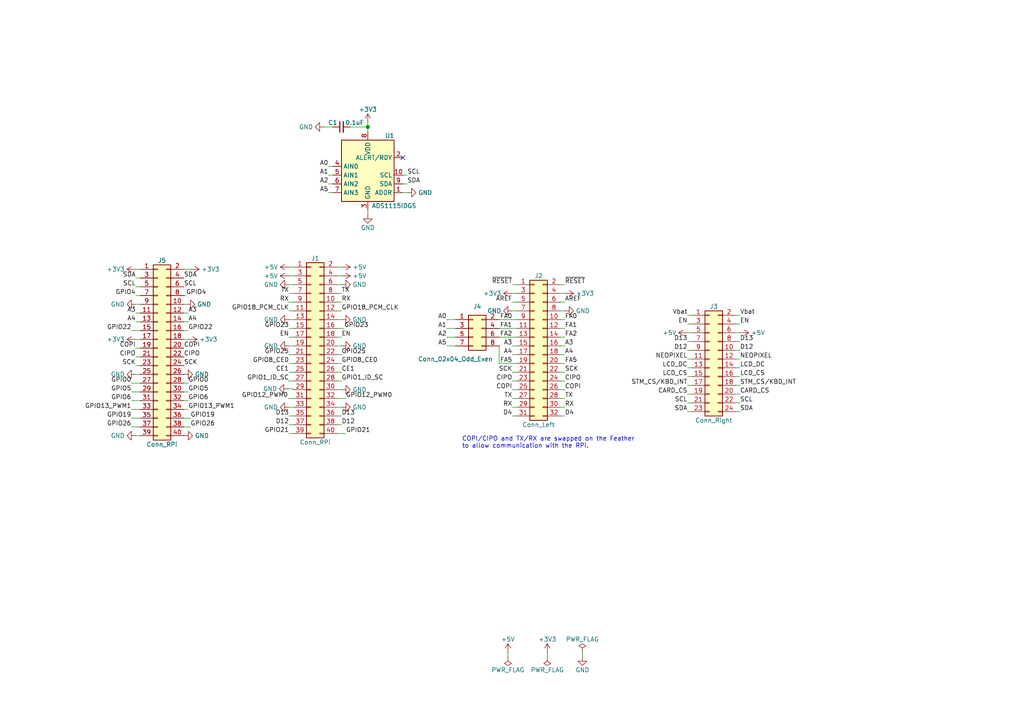
<source format=kicad_sch>
(kicad_sch (version 20230121) (generator eeschema)
  (paper "A4")
  (title_block (title "RPi Feather Adapter with A/D") (company "K6TJ") (comment 1 "Pete Mahowald"))
  (lib_symbols
    (symbol "Analog_ADC:ADS1115IDGS"
      (property "Reference" "U" (at 2.54 13.97 0))
      (property "Value" "ADS1115IDGS" (at 7.62 11.43 0))
      (symbol "ADS1115IDGS_0_1"
        (rectangle (start -7.62 10.16) (end 7.62 -7.62) (stroke (width 0.254)) (fill (type background)))
      )
      (symbol "ADS1115IDGS_1_1"
        (pin input line (at 10.16 -5.08 180) (length 2.54) (name "ADDR") (number "1"))
        (pin input line (at 10.16 0 180) (length 2.54) (name "SCL") (number "10"))
        (pin output line (at 10.16 5.08 180) (length 2.54) (name "ALERT/RDY") (number "2"))
        (pin power_in line (at 0 -10.16 90) (length 2.54) (name "GND") (number "3"))
        (pin input line (at -10.16 2.54 0) (length 2.54) (name "AIN0") (number "4"))
        (pin input line (at -10.16 0 0) (length 2.54) (name "AIN1") (number "5"))
        (pin input line (at -10.16 -2.54 0) (length 2.54) (name "AIN2") (number "6"))
        (pin input line (at -10.16 -5.08 0) (length 2.54) (name "AIN3") (number "7"))
        (pin power_in line (at 0 12.7 270) (length 2.54) (name "VDD") (number "8"))
        (pin bidirectional line (at 10.16 -2.54 180) (length 2.54) (name "SDA") (number "9"))
      )
    )
    (symbol "Connector_Generic:Conn_02x04_Odd_Even" (pin_names (offset 1.016) hide)
      (property "Reference" "J" (at 1.27 5.08 0))
      (property "Value" "Conn_02x04_Odd_Even" (at 1.27 -7.62 0))
      (symbol "Conn_02x04_Odd_Even_1_1"
        (rectangle (start -1.27 -4.953) (end 0 -5.207) (stroke (width 0.1524)))
        (rectangle (start -1.27 -2.413) (end 0 -2.667) (stroke (width 0.1524)))
        (rectangle (start -1.27 0.127) (end 0 -0.127) (stroke (width 0.1524)))
        (rectangle (start -1.27 2.667) (end 0 2.413) (stroke (width 0.1524)))
        (rectangle (start -1.27 3.81) (end 3.81 -6.35) (stroke (width 0.254)) (fill (type background)))
        (rectangle (start 3.81 -4.953) (end 2.54 -5.207) (stroke (width 0.1524)))
        (rectangle (start 3.81 -2.413) (end 2.54 -2.667) (stroke (width 0.1524)))
        (rectangle (start 3.81 0.127) (end 2.54 -0.127) (stroke (width 0.1524)))
        (rectangle (start 3.81 2.667) (end 2.54 2.413) (stroke (width 0.1524)))
        (pin passive line (at -5.08 2.54 0) (length 3.81) (name "Pin_1") (number "1"))
        (pin passive line (at 7.62 2.54 180) (length 3.81) (name "Pin_2") (number "2"))
        (pin passive line (at -5.08 0 0) (length 3.81) (name "Pin_3") (number "3"))
        (pin passive line (at 7.62 0 180) (length 3.81) (name "Pin_4") (number "4"))
        (pin passive line (at -5.08 -2.54 0) (length 3.81) (name "Pin_5") (number "5"))
        (pin passive line (at 7.62 -2.54 180) (length 3.81) (name "Pin_6") (number "6"))
        (pin passive line (at -5.08 -5.08 0) (length 3.81) (name "Pin_7") (number "7"))
        (pin passive line (at 7.62 -5.08 180) (length 3.81) (name "Pin_8") (number "8"))
      )
    )
    (symbol "Connector_Generic:Conn_02x12_Odd_Even" (pin_names (offset 1.016) hide)
      (property "Reference" "J" (at 1.27 15.24 0))
      (property "Value" "Conn_02x12_Odd_Even" (at 1.27 -17.78 0))
      (symbol "Conn_02x12_Odd_Even_1_1"
        (rectangle (start -1.27 -15.113) (end 0 -15.367) (stroke (width 0.1524)))
        (rectangle (start -1.27 -12.573) (end 0 -12.827) (stroke (width 0.1524)))
        (rectangle (start -1.27 -10.033) (end 0 -10.287) (stroke (width 0.1524)))
        (rectangle (start -1.27 -7.493) (end 0 -7.747) (stroke (width 0.1524)))
        (rectangle (start -1.27 -4.953) (end 0 -5.207) (stroke (width 0.1524)))
        (rectangle (start -1.27 -2.413) (end 0 -2.667) (stroke (width 0.1524)))
        (rectangle (start -1.27 0.127) (end 0 -0.127) (stroke (width 0.1524)))
        (rectangle (start -1.27 2.667) (end 0 2.413) (stroke (width 0.1524)))
        (rectangle (start -1.27 5.207) (end 0 4.953) (stroke (width 0.1524)))
        (rectangle (start -1.27 7.747) (end 0 7.493) (stroke (width 0.1524)))
        (rectangle (start -1.27 10.287) (end 0 10.033) (stroke (width 0.1524)))
        (rectangle (start -1.27 12.827) (end 0 12.573) (stroke (width 0.1524)))
        (rectangle (start -1.27 13.97) (end 3.81 -16.51) (stroke (width 0.254)) (fill (type background)))
        (rectangle (start 3.81 -15.113) (end 2.54 -15.367) (stroke (width 0.1524)))
        (rectangle (start 3.81 -12.573) (end 2.54 -12.827) (stroke (width 0.1524)))
        (rectangle (start 3.81 -10.033) (end 2.54 -10.287) (stroke (width 0.1524)))
        (rectangle (start 3.81 -7.493) (end 2.54 -7.747) (stroke (width 0.1524)))
        (rectangle (start 3.81 -4.953) (end 2.54 -5.207) (stroke (width 0.1524)))
        (rectangle (start 3.81 -2.413) (end 2.54 -2.667) (stroke (width 0.1524)))
        (rectangle (start 3.81 0.127) (end 2.54 -0.127) (stroke (width 0.1524)))
        (rectangle (start 3.81 2.667) (end 2.54 2.413) (stroke (width 0.1524)))
        (rectangle (start 3.81 5.207) (end 2.54 4.953) (stroke (width 0.1524)))
        (rectangle (start 3.81 7.747) (end 2.54 7.493) (stroke (width 0.1524)))
        (rectangle (start 3.81 10.287) (end 2.54 10.033) (stroke (width 0.1524)))
        (rectangle (start 3.81 12.827) (end 2.54 12.573) (stroke (width 0.1524)))
        (pin passive line (at -5.08 12.7 0) (length 3.81) (name "Pin_1") (number "1"))
        (pin passive line (at 7.62 2.54 180) (length 3.81) (name "Pin_10") (number "10"))
        (pin passive line (at -5.08 0 0) (length 3.81) (name "Pin_11") (number "11"))
        (pin passive line (at 7.62 0 180) (length 3.81) (name "Pin_12") (number "12"))
        (pin passive line (at -5.08 -2.54 0) (length 3.81) (name "Pin_13") (number "13"))
        (pin passive line (at 7.62 -2.54 180) (length 3.81) (name "Pin_14") (number "14"))
        (pin passive line (at -5.08 -5.08 0) (length 3.81) (name "Pin_15") (number "15"))
        (pin passive line (at 7.62 -5.08 180) (length 3.81) (name "Pin_16") (number "16"))
        (pin passive line (at -5.08 -7.62 0) (length 3.81) (name "Pin_17") (number "17"))
        (pin passive line (at 7.62 -7.62 180) (length 3.81) (name "Pin_18") (number "18"))
        (pin passive line (at -5.08 -10.16 0) (length 3.81) (name "Pin_19") (number "19"))
        (pin passive line (at 7.62 12.7 180) (length 3.81) (name "Pin_2") (number "2"))
        (pin passive line (at 7.62 -10.16 180) (length 3.81) (name "Pin_20") (number "20"))
        (pin passive line (at -5.08 -12.7 0) (length 3.81) (name "Pin_21") (number "21"))
        (pin passive line (at 7.62 -12.7 180) (length 3.81) (name "Pin_22") (number "22"))
        (pin passive line (at -5.08 -15.24 0) (length 3.81) (name "Pin_23") (number "23"))
        (pin passive line (at 7.62 -15.24 180) (length 3.81) (name "Pin_24") (number "24"))
        (pin passive line (at -5.08 10.16 0) (length 3.81) (name "Pin_3") (number "3"))
        (pin passive line (at 7.62 10.16 180) (length 3.81) (name "Pin_4") (number "4"))
        (pin passive line (at -5.08 7.62 0) (length 3.81) (name "Pin_5") (number "5"))
        (pin passive line (at 7.62 7.62 180) (length 3.81) (name "Pin_6") (number "6"))
        (pin passive line (at -5.08 5.08 0) (length 3.81) (name "Pin_7") (number "7"))
        (pin passive line (at 7.62 5.08 180) (length 3.81) (name "Pin_8") (number "8"))
        (pin passive line (at -5.08 2.54 0) (length 3.81) (name "Pin_9") (number "9"))
      )
    )
    (symbol "Connector_Generic:Conn_02x16_Odd_Even" (pin_names (offset 1.016) hide)
      (property "Reference" "J" (at 1.27 20.32 0))
      (property "Value" "Conn_02x16_Odd_Even" (at 1.27 -22.86 0))
      (symbol "Conn_02x16_Odd_Even_1_1"
        (rectangle (start -1.27 -20.193) (end 0 -20.447) (stroke (width 0.1524)))
        (rectangle (start -1.27 -17.653) (end 0 -17.907) (stroke (width 0.1524)))
        (rectangle (start -1.27 -15.113) (end 0 -15.367) (stroke (width 0.1524)))
        (rectangle (start -1.27 -12.573) (end 0 -12.827) (stroke (width 0.1524)))
        (rectangle (start -1.27 -10.033) (end 0 -10.287) (stroke (width 0.1524)))
        (rectangle (start -1.27 -7.493) (end 0 -7.747) (stroke (width 0.1524)))
        (rectangle (start -1.27 -4.953) (end 0 -5.207) (stroke (width 0.1524)))
        (rectangle (start -1.27 -2.413) (end 0 -2.667) (stroke (width 0.1524)))
        (rectangle (start -1.27 0.127) (end 0 -0.127) (stroke (width 0.1524)))
        (rectangle (start -1.27 2.667) (end 0 2.413) (stroke (width 0.1524)))
        (rectangle (start -1.27 5.207) (end 0 4.953) (stroke (width 0.1524)))
        (rectangle (start -1.27 7.747) (end 0 7.493) (stroke (width 0.1524)))
        (rectangle (start -1.27 10.287) (end 0 10.033) (stroke (width 0.1524)))
        (rectangle (start -1.27 12.827) (end 0 12.573) (stroke (width 0.1524)))
        (rectangle (start -1.27 15.367) (end 0 15.113) (stroke (width 0.1524)))
        (rectangle (start -1.27 17.907) (end 0 17.653) (stroke (width 0.1524)))
        (rectangle (start -1.27 19.05) (end 3.81 -21.59) (stroke (width 0.254)) (fill (type background)))
        (rectangle (start 3.81 -20.193) (end 2.54 -20.447) (stroke (width 0.1524)))
        (rectangle (start 3.81 -17.653) (end 2.54 -17.907) (stroke (width 0.1524)))
        (rectangle (start 3.81 -15.113) (end 2.54 -15.367) (stroke (width 0.1524)))
        (rectangle (start 3.81 -12.573) (end 2.54 -12.827) (stroke (width 0.1524)))
        (rectangle (start 3.81 -10.033) (end 2.54 -10.287) (stroke (width 0.1524)))
        (rectangle (start 3.81 -7.493) (end 2.54 -7.747) (stroke (width 0.1524)))
        (rectangle (start 3.81 -4.953) (end 2.54 -5.207) (stroke (width 0.1524)))
        (rectangle (start 3.81 -2.413) (end 2.54 -2.667) (stroke (width 0.1524)))
        (rectangle (start 3.81 0.127) (end 2.54 -0.127) (stroke (width 0.1524)))
        (rectangle (start 3.81 2.667) (end 2.54 2.413) (stroke (width 0.1524)))
        (rectangle (start 3.81 5.207) (end 2.54 4.953) (stroke (width 0.1524)))
        (rectangle (start 3.81 7.747) (end 2.54 7.493) (stroke (width 0.1524)))
        (rectangle (start 3.81 10.287) (end 2.54 10.033) (stroke (width 0.1524)))
        (rectangle (start 3.81 12.827) (end 2.54 12.573) (stroke (width 0.1524)))
        (rectangle (start 3.81 15.367) (end 2.54 15.113) (stroke (width 0.1524)))
        (rectangle (start 3.81 17.907) (end 2.54 17.653) (stroke (width 0.1524)))
        (pin passive line (at -5.08 17.78 0) (length 3.81) (name "Pin_1") (number "1"))
        (pin passive line (at 7.62 7.62 180) (length 3.81) (name "Pin_10") (number "10"))
        (pin passive line (at -5.08 5.08 0) (length 3.81) (name "Pin_11") (number "11"))
        (pin passive line (at 7.62 5.08 180) (length 3.81) (name "Pin_12") (number "12"))
        (pin passive line (at -5.08 2.54 0) (length 3.81) (name "Pin_13") (number "13"))
        (pin passive line (at 7.62 2.54 180) (length 3.81) (name "Pin_14") (number "14"))
        (pin passive line (at -5.08 0 0) (length 3.81) (name "Pin_15") (number "15"))
        (pin passive line (at 7.62 0 180) (length 3.81) (name "Pin_16") (number "16"))
        (pin passive line (at -5.08 -2.54 0) (length 3.81) (name "Pin_17") (number "17"))
        (pin passive line (at 7.62 -2.54 180) (length 3.81) (name "Pin_18") (number "18"))
        (pin passive line (at -5.08 -5.08 0) (length 3.81) (name "Pin_19") (number "19"))
        (pin passive line (at 7.62 17.78 180) (length 3.81) (name "Pin_2") (number "2"))
        (pin passive line (at 7.62 -5.08 180) (length 3.81) (name "Pin_20") (number "20"))
        (pin passive line (at -5.08 -7.62 0) (length 3.81) (name "Pin_21") (number "21"))
        (pin passive line (at 7.62 -7.62 180) (length 3.81) (name "Pin_22") (number "22"))
        (pin passive line (at -5.08 -10.16 0) (length 3.81) (name "Pin_23") (number "23"))
        (pin passive line (at 7.62 -10.16 180) (length 3.81) (name "Pin_24") (number "24"))
        (pin passive line (at -5.08 -12.7 0) (length 3.81) (name "Pin_25") (number "25"))
        (pin passive line (at 7.62 -12.7 180) (length 3.81) (name "Pin_26") (number "26"))
        (pin passive line (at -5.08 -15.24 0) (length 3.81) (name "Pin_27") (number "27"))
        (pin passive line (at 7.62 -15.24 180) (length 3.81) (name "Pin_28") (number "28"))
        (pin passive line (at -5.08 -17.78 0) (length 3.81) (name "Pin_29") (number "29"))
        (pin passive line (at -5.08 15.24 0) (length 3.81) (name "Pin_3") (number "3"))
        (pin passive line (at 7.62 -17.78 180) (length 3.81) (name "Pin_30") (number "30"))
        (pin passive line (at -5.08 -20.32 0) (length 3.81) (name "Pin_31") (number "31"))
        (pin passive line (at 7.62 -20.32 180) (length 3.81) (name "Pin_32") (number "32"))
        (pin passive line (at 7.62 15.24 180) (length 3.81) (name "Pin_4") (number "4"))
        (pin passive line (at -5.08 12.7 0) (length 3.81) (name "Pin_5") (number "5"))
        (pin passive line (at 7.62 12.7 180) (length 3.81) (name "Pin_6") (number "6"))
        (pin passive line (at -5.08 10.16 0) (length 3.81) (name "Pin_7") (number "7"))
        (pin passive line (at 7.62 10.16 180) (length 3.81) (name "Pin_8") (number "8"))
        (pin passive line (at -5.08 7.62 0) (length 3.81) (name "Pin_9") (number "9"))
      )
    )
    (symbol "Connector_Generic:Conn_02x20_Odd_Even" (pin_names (offset 1.016) hide)
      (property "Reference" "J" (at 1.27 25.4 0))
      (property "Value" "Conn_02x20_Odd_Even" (at 1.27 -27.94 0))
      (symbol "Conn_02x20_Odd_Even_1_1"
        (rectangle (start -1.27 -25.273) (end 0 -25.527) (stroke (width 0.1524)))
        (rectangle (start -1.27 -22.733) (end 0 -22.987) (stroke (width 0.1524)))
        (rectangle (start -1.27 -20.193) (end 0 -20.447) (stroke (width 0.1524)))
        (rectangle (start -1.27 -17.653) (end 0 -17.907) (stroke (width 0.1524)))
        (rectangle (start -1.27 -15.113) (end 0 -15.367) (stroke (width 0.1524)))
        (rectangle (start -1.27 -12.573) (end 0 -12.827) (stroke (width 0.1524)))
        (rectangle (start -1.27 -10.033) (end 0 -10.287) (stroke (width 0.1524)))
        (rectangle (start -1.27 -7.493) (end 0 -7.747) (stroke (width 0.1524)))
        (rectangle (start -1.27 -4.953) (end 0 -5.207) (stroke (width 0.1524)))
        (rectangle (start -1.27 -2.413) (end 0 -2.667) (stroke (width 0.1524)))
        (rectangle (start -1.27 0.127) (end 0 -0.127) (stroke (width 0.1524)))
        (rectangle (start -1.27 2.667) (end 0 2.413) (stroke (width 0.1524)))
        (rectangle (start -1.27 5.207) (end 0 4.953) (stroke (width 0.1524)))
        (rectangle (start -1.27 7.747) (end 0 7.493) (stroke (width 0.1524)))
        (rectangle (start -1.27 10.287) (end 0 10.033) (stroke (width 0.1524)))
        (rectangle (start -1.27 12.827) (end 0 12.573) (stroke (width 0.1524)))
        (rectangle (start -1.27 15.367) (end 0 15.113) (stroke (width 0.1524)))
        (rectangle (start -1.27 17.907) (end 0 17.653) (stroke (width 0.1524)))
        (rectangle (start -1.27 20.447) (end 0 20.193) (stroke (width 0.1524)))
        (rectangle (start -1.27 22.987) (end 0 22.733) (stroke (width 0.1524)))
        (rectangle (start -1.27 24.13) (end 3.81 -26.67) (stroke (width 0.254)) (fill (type background)))
        (rectangle (start 3.81 -25.273) (end 2.54 -25.527) (stroke (width 0.1524)))
        (rectangle (start 3.81 -22.733) (end 2.54 -22.987) (stroke (width 0.1524)))
        (rectangle (start 3.81 -20.193) (end 2.54 -20.447) (stroke (width 0.1524)))
        (rectangle (start 3.81 -17.653) (end 2.54 -17.907) (stroke (width 0.1524)))
        (rectangle (start 3.81 -15.113) (end 2.54 -15.367) (stroke (width 0.1524)))
        (rectangle (start 3.81 -12.573) (end 2.54 -12.827) (stroke (width 0.1524)))
        (rectangle (start 3.81 -10.033) (end 2.54 -10.287) (stroke (width 0.1524)))
        (rectangle (start 3.81 -7.493) (end 2.54 -7.747) (stroke (width 0.1524)))
        (rectangle (start 3.81 -4.953) (end 2.54 -5.207) (stroke (width 0.1524)))
        (rectangle (start 3.81 -2.413) (end 2.54 -2.667) (stroke (width 0.1524)))
        (rectangle (start 3.81 0.127) (end 2.54 -0.127) (stroke (width 0.1524)))
        (rectangle (start 3.81 2.667) (end 2.54 2.413) (stroke (width 0.1524)))
        (rectangle (start 3.81 5.207) (end 2.54 4.953) (stroke (width 0.1524)))
        (rectangle (start 3.81 7.747) (end 2.54 7.493) (stroke (width 0.1524)))
        (rectangle (start 3.81 10.287) (end 2.54 10.033) (stroke (width 0.1524)))
        (rectangle (start 3.81 12.827) (end 2.54 12.573) (stroke (width 0.1524)))
        (rectangle (start 3.81 15.367) (end 2.54 15.113) (stroke (width 0.1524)))
        (rectangle (start 3.81 17.907) (end 2.54 17.653) (stroke (width 0.1524)))
        (rectangle (start 3.81 20.447) (end 2.54 20.193) (stroke (width 0.1524)))
        (rectangle (start 3.81 22.987) (end 2.54 22.733) (stroke (width 0.1524)))
        (pin passive line (at -5.08 22.86 0) (length 3.81) (name "Pin_1") (number "1"))
        (pin passive line (at 7.62 12.7 180) (length 3.81) (name "Pin_10") (number "10"))
        (pin passive line (at -5.08 10.16 0) (length 3.81) (name "Pin_11") (number "11"))
        (pin passive line (at 7.62 10.16 180) (length 3.81) (name "Pin_12") (number "12"))
        (pin passive line (at -5.08 7.62 0) (length 3.81) (name "Pin_13") (number "13"))
        (pin passive line (at 7.62 7.62 180) (length 3.81) (name "Pin_14") (number "14"))
        (pin passive line (at -5.08 5.08 0) (length 3.81) (name "Pin_15") (number "15"))
        (pin passive line (at 7.62 5.08 180) (length 3.81) (name "Pin_16") (number "16"))
        (pin passive line (at -5.08 2.54 0) (length 3.81) (name "Pin_17") (number "17"))
        (pin passive line (at 7.62 2.54 180) (length 3.81) (name "Pin_18") (number "18"))
        (pin passive line (at -5.08 0 0) (length 3.81) (name "Pin_19") (number "19"))
        (pin passive line (at 7.62 22.86 180) (length 3.81) (name "Pin_2") (number "2"))
        (pin passive line (at 7.62 0 180) (length 3.81) (name "Pin_20") (number "20"))
        (pin passive line (at -5.08 -2.54 0) (length 3.81) (name "Pin_21") (number "21"))
        (pin passive line (at 7.62 -2.54 180) (length 3.81) (name "Pin_22") (number "22"))
        (pin passive line (at -5.08 -5.08 0) (length 3.81) (name "Pin_23") (number "23"))
        (pin passive line (at 7.62 -5.08 180) (length 3.81) (name "Pin_24") (number "24"))
        (pin passive line (at -5.08 -7.62 0) (length 3.81) (name "Pin_25") (number "25"))
        (pin passive line (at 7.62 -7.62 180) (length 3.81) (name "Pin_26") (number "26"))
        (pin passive line (at -5.08 -10.16 0) (length 3.81) (name "Pin_27") (number "27"))
        (pin passive line (at 7.62 -10.16 180) (length 3.81) (name "Pin_28") (number "28"))
        (pin passive line (at -5.08 -12.7 0) (length 3.81) (name "Pin_29") (number "29"))
        (pin passive line (at -5.08 20.32 0) (length 3.81) (name "Pin_3") (number "3"))
        (pin passive line (at 7.62 -12.7 180) (length 3.81) (name "Pin_30") (number "30"))
        (pin passive line (at -5.08 -15.24 0) (length 3.81) (name "Pin_31") (number "31"))
        (pin passive line (at 7.62 -15.24 180) (length 3.81) (name "Pin_32") (number "32"))
        (pin passive line (at -5.08 -17.78 0) (length 3.81) (name "Pin_33") (number "33"))
        (pin passive line (at 7.62 -17.78 180) (length 3.81) (name "Pin_34") (number "34"))
        (pin passive line (at -5.08 -20.32 0) (length 3.81) (name "Pin_35") (number "35"))
        (pin passive line (at 7.62 -20.32 180) (length 3.81) (name "Pin_36") (number "36"))
        (pin passive line (at -5.08 -22.86 0) (length 3.81) (name "Pin_37") (number "37"))
        (pin passive line (at 7.62 -22.86 180) (length 3.81) (name "Pin_38") (number "38"))
        (pin passive line (at -5.08 -25.4 0) (length 3.81) (name "Pin_39") (number "39"))
        (pin passive line (at 7.62 20.32 180) (length 3.81) (name "Pin_4") (number "4"))
        (pin passive line (at 7.62 -25.4 180) (length 3.81) (name "Pin_40") (number "40"))
        (pin passive line (at -5.08 17.78 0) (length 3.81) (name "Pin_5") (number "5"))
        (pin passive line (at 7.62 17.78 180) (length 3.81) (name "Pin_6") (number "6"))
        (pin passive line (at -5.08 15.24 0) (length 3.81) (name "Pin_7") (number "7"))
        (pin passive line (at 7.62 15.24 180) (length 3.81) (name "Pin_8") (number "8"))
        (pin passive line (at -5.08 12.7 0) (length 3.81) (name "Pin_9") (number "9"))
      )
    )
    (symbol "Device:C_Small" (pin_numbers hide) (pin_names (offset 0.254) hide)
      (property "Reference" "C" (at 0.254 1.778 0))
      (property "Value" "C_Small" (at 0.254 -2.032 0))
      (symbol "C_Small_0_1"
        (polyline (pts (xy -1.524 -0.508) (xy 1.524 -0.508)) (stroke (width 0.3302)))
        (polyline (pts (xy -1.524 0.508) (xy 1.524 0.508)) (stroke (width 0.3048)))
      )
      (symbol "C_Small_1_1"
        (pin passive line (at 0 2.54 270) (length 2.032) (name "~") (number "1"))
        (pin passive line (at 0 -2.54 90) (length 2.032) (name "~") (number "2"))
      )
    )
    (symbol "power:+3.3V" (power) (pin_names (offset 0))
      (property "Value" "+3.3V" (at 0 3.556 0))
      (symbol "+3.3V_0_1"
        (polyline (pts (xy -0.762 1.27) (xy 0 2.54)))
        (polyline (pts (xy 0 0) (xy 0 2.54)))
        (polyline (pts (xy 0 2.54) (xy 0.762 1.27)))
      )
      (symbol "+3.3V_1_1"
        (pin power_in line (at 0 0 90) (length 0) hide (name "+3V3") (number "1"))
      )
    )
    (symbol "power:+5V" (power) (pin_names (offset 0))
      (property "Value" "+5V" (at 0 3.556 0))
      (symbol "+5V_0_1"
        (polyline (pts (xy -0.762 1.27) (xy 0 2.54)))
        (polyline (pts (xy 0 0) (xy 0 2.54)))
        (polyline (pts (xy 0 2.54) (xy 0.762 1.27)))
      )
      (symbol "+5V_1_1"
        (pin power_in line (at 0 0 90) (length 0) hide (name "+5V") (number "1"))
      )
    )
    (symbol "power:GND" (power) (pin_names (offset 0))
      (property "Value" "GND" (at 0 -3.81 0))
      (symbol "GND_0_1"
        (polyline (pts (xy 0 0) (xy 0 -1.27) (xy 1.27 -1.27) (xy 0 -2.54) (xy -1.27 -1.27) (xy 0 -1.27)))
      )
      (symbol "GND_1_1"
        (pin power_in line (at 0 0 270) (length 0) hide (name "GND") (number "1"))
      )
    )
    (symbol "power:PWR_FLAG" (power) (pin_numbers hide) (pin_names (offset 0) hide)
      (property "Value" "PWR_FLAG" (at 0 3.81 0))
      (symbol "PWR_FLAG_0_0"
        (pin power_out line (at 0 0 90) (length 0) (name "pwr") (number "1"))
      )
      (symbol "PWR_FLAG_0_1"
        (polyline (pts (xy 0 0) (xy 0 1.27) (xy -1.016 1.905) (xy 0 2.54) (xy 1.016 1.905) (xy 0 1.27)))
      )
    )
  )
  (junction (at 106.68 36.83) (diameter 1.016))
  (no_connect (at 116.84 45.72))
  (wire (pts (xy 162.56 115.57) (xy 163.83 115.57)))
  (wire (pts (xy 213.36 114.3) (xy 214.63 114.3)))
  (wire (pts (xy 97.79 100.33) (xy 99.06 100.33)))
  (wire (pts (xy 83.82 107.95) (xy 85.09 107.95)))
  (wire (pts (xy 53.34 93.345) (xy 54.61 93.345)))
  (wire (pts (xy 162.56 92.71) (xy 163.83 92.71)))
  (wire (pts (xy 148.59 113.03) (xy 149.86 113.03)))
  (wire (pts (xy 53.34 121.285) (xy 55.245 121.285)))
  (wire (pts (xy 97.79 87.63) (xy 99.06 87.63)))
  (wire (pts (xy 83.82 80.01) (xy 85.09 80.01)))
  (wire (pts (xy 162.56 113.03) (xy 163.83 113.03)))
  (wire (pts (xy 213.36 101.6) (xy 214.63 101.6)))
  (wire (pts (xy 129.54 97.79) (xy 132.08 97.79)))
  (wire (pts (xy 97.79 105.41) (xy 99.06 105.41)))
  (wire (pts (xy 97.79 110.49) (xy 99.06 110.49)))
  (wire (pts (xy 83.566 115.57) (xy 85.09 115.57)))
  (wire (pts (xy 95.25 53.34) (xy 96.52 53.34)))
  (wire (pts (xy 106.68 35.56) (xy 106.68 36.83)))
  (wire (pts (xy 106.68 36.83) (xy 106.68 38.1)))
  (wire (pts (xy 53.34 123.825) (xy 55.245 123.825)))
  (wire (pts (xy 213.36 104.14) (xy 214.63 104.14)))
  (wire (pts (xy 162.56 120.65) (xy 163.83 120.65)))
  (wire (pts (xy 213.36 91.44) (xy 214.63 91.44)))
  (wire (pts (xy 39.37 93.345) (xy 40.64 93.345)))
  (wire (pts (xy 148.59 85.09) (xy 149.86 85.09)))
  (wire (pts (xy 97.79 92.71) (xy 99.06 92.71)))
  (wire (pts (xy 116.84 55.88) (xy 118.11 55.88)))
  (wire (pts (xy 83.82 95.25) (xy 85.09 95.25)))
  (wire (pts (xy 53.34 118.745) (xy 54.61 118.745)))
  (wire (pts (xy 97.79 107.95) (xy 99.06 107.95)))
  (wire (pts (xy 53.34 88.265) (xy 53.975 88.265)))
  (wire (pts (xy 95.25 50.8) (xy 96.52 50.8)))
  (wire (pts (xy 95.25 48.26) (xy 96.52 48.26)))
  (wire (pts (xy 199.39 109.22) (xy 200.66 109.22)))
  (wire (pts (xy 53.34 90.805) (xy 54.61 90.805)))
  (wire (pts (xy 97.79 125.73) (xy 100.33 125.73)))
  (wire (pts (xy 38.1 123.825) (xy 40.64 123.825)))
  (wire (pts (xy 129.54 92.71) (xy 132.08 92.71)))
  (wire (pts (xy 148.59 118.11) (xy 149.86 118.11)))
  (wire (pts (xy 53.34 116.205) (xy 54.61 116.205)))
  (wire (pts (xy 213.36 93.98) (xy 214.63 93.98)))
  (wire (pts (xy 39.37 88.265) (xy 40.64 88.265)))
  (wire (pts (xy 144.78 97.79) (xy 149.86 97.79)))
  (wire (pts (xy 148.59 100.33) (xy 149.86 100.33)))
  (wire (pts (xy 144.78 100.33) (xy 144.78 105.41)))
  (wire (pts (xy 83.82 120.65) (xy 85.09 120.65)))
  (wire (pts (xy 213.36 119.38) (xy 214.63 119.38)))
  (wire (pts (xy 97.79 123.19) (xy 99.06 123.19)))
  (wire (pts (xy 83.566 110.49) (xy 85.09 110.49)))
  (wire (pts (xy 39.37 106.045) (xy 40.64 106.045)))
  (wire (pts (xy 213.36 96.52) (xy 214.63 96.52)))
  (wire (pts (xy 39.37 126.365) (xy 40.64 126.365)))
  (wire (pts (xy 116.84 53.34) (xy 118.11 53.34)))
  (wire (pts (xy 148.59 120.65) (xy 149.86 120.65)))
  (wire (pts (xy 199.39 104.14) (xy 200.66 104.14)))
  (wire (pts (xy 39.37 83.185) (xy 40.64 83.185)))
  (wire (pts (xy 38.1 118.745) (xy 40.64 118.745)))
  (wire (pts (xy 83.82 123.19) (xy 85.09 123.19)))
  (wire (pts (xy 38.1 95.885) (xy 40.64 95.885)))
  (wire (pts (xy 148.59 102.87) (xy 149.86 102.87)))
  (wire (pts (xy 97.79 82.55) (xy 99.06 82.55)))
  (wire (pts (xy 85.09 112.776) (xy 85.09 113.03)))
  (wire (pts (xy 213.36 99.06) (xy 214.63 99.06)))
  (wire (pts (xy 38.1 111.125) (xy 40.64 111.125)))
  (wire (pts (xy 38.1 116.205) (xy 40.64 116.205)))
  (wire (pts (xy 162.56 100.33) (xy 163.83 100.33)))
  (wire (pts (xy 199.39 111.76) (xy 200.66 111.76)))
  (wire (pts (xy 213.36 116.84) (xy 214.63 116.84)))
  (wire (pts (xy 97.79 80.01) (xy 99.06 80.01)))
  (wire (pts (xy 148.59 107.95) (xy 149.86 107.95)))
  (wire (pts (xy 129.54 100.33) (xy 132.08 100.33)))
  (wire (pts (xy 162.56 87.63) (xy 163.83 87.63)))
  (wire (pts (xy 83.82 85.09) (xy 85.09 85.09)))
  (wire (pts (xy 148.59 87.63) (xy 149.86 87.63)))
  (wire (pts (xy 97.79 77.47) (xy 99.06 77.47)))
  (wire (pts (xy 162.56 110.49) (xy 163.83 110.49)))
  (wire (pts (xy 101.6 36.83) (xy 106.68 36.83)))
  (wire (pts (xy 144.78 95.25) (xy 149.86 95.25)))
  (wire (pts (xy 199.39 96.52) (xy 200.66 96.52)))
  (wire (pts (xy 144.78 92.71) (xy 149.86 92.71)))
  (wire (pts (xy 168.91 189.23) (xy 168.91 190.5)))
  (wire (pts (xy 53.34 111.125) (xy 54.61 111.125)))
  (wire (pts (xy 39.37 98.425) (xy 40.64 98.425)))
  (wire (pts (xy 97.79 118.11) (xy 99.06 118.11)))
  (wire (pts (xy 148.59 90.17) (xy 149.86 90.17)))
  (wire (pts (xy 39.37 90.805) (xy 40.64 90.805)))
  (wire (pts (xy 162.56 90.17) (xy 163.83 90.17)))
  (wire (pts (xy 213.36 106.68) (xy 214.63 106.68)))
  (wire (pts (xy 53.34 85.725) (xy 53.975 85.725)))
  (wire (pts (xy 162.56 82.55) (xy 163.83 82.55)))
  (wire (pts (xy 83.82 125.73) (xy 85.09 125.73)))
  (wire (pts (xy 39.37 78.105) (xy 40.64 78.105)))
  (wire (pts (xy 199.39 106.68) (xy 200.66 106.68)))
  (wire (pts (xy 162.56 102.87) (xy 163.83 102.87)))
  (wire (pts (xy 38.1 113.665) (xy 40.64 113.665)))
  (wire (pts (xy 97.79 115.57) (xy 100.33 115.57)))
  (wire (pts (xy 53.34 113.665) (xy 54.61 113.665)))
  (wire (pts (xy 53.34 78.105) (xy 55.245 78.105)))
  (wire (pts (xy 199.39 119.38) (xy 200.66 119.38)))
  (wire (pts (xy 39.37 100.965) (xy 40.64 100.965)))
  (wire (pts (xy 53.34 98.425) (xy 54.61 98.425)))
  (wire (pts (xy 83.82 97.79) (xy 85.09 97.79)))
  (wire (pts (xy 106.68 60.96) (xy 106.68 62.23)))
  (wire (pts (xy 158.75 189.23) (xy 158.75 190.5)))
  (wire (pts (xy 83.82 77.47) (xy 85.09 77.47)))
  (wire (pts (xy 147.32 189.23) (xy 147.32 190.5)))
  (wire (pts (xy 83.82 92.71) (xy 85.09 92.71)))
  (wire (pts (xy 144.78 105.41) (xy 149.86 105.41)))
  (wire (pts (xy 53.34 95.885) (xy 54.61 95.885)))
  (wire (pts (xy 116.84 50.8) (xy 118.11 50.8)))
  (wire (pts (xy 199.39 116.84) (xy 200.66 116.84)))
  (wire (pts (xy 83.82 90.17) (xy 85.09 90.17)))
  (wire (pts (xy 83.82 102.87) (xy 85.09 102.87)))
  (wire (pts (xy 39.37 85.725) (xy 40.64 85.725)))
  (wire (pts (xy 97.79 102.87) (xy 99.06 102.87)))
  (wire (pts (xy 199.39 114.3) (xy 200.66 114.3)))
  (wire (pts (xy 95.25 55.88) (xy 96.52 55.88)))
  (wire (pts (xy 93.98 36.83) (xy 96.52 36.83)))
  (wire (pts (xy 97.79 95.25) (xy 99.822 95.25)))
  (wire (pts (xy 83.82 82.55) (xy 85.09 82.55)))
  (wire (pts (xy 38.1 121.285) (xy 40.64 121.285)))
  (wire (pts (xy 39.37 103.505) (xy 40.64 103.505)))
  (wire (pts (xy 162.56 97.79) (xy 163.83 97.79)))
  (wire (pts (xy 39.37 80.645) (xy 40.64 80.645)))
  (wire (pts (xy 148.59 82.55) (xy 149.86 82.55)))
  (wire (pts (xy 83.566 87.63) (xy 85.09 87.63)))
  (wire (pts (xy 162.56 107.95) (xy 163.83 107.95)))
  (wire (pts (xy 83.566 112.776) (xy 85.09 112.776)))
  (wire (pts (xy 162.56 118.11) (xy 163.83 118.11)))
  (wire (pts (xy 162.56 85.09) (xy 163.83 85.09)))
  (wire (pts (xy 213.36 111.76) (xy 214.63 111.76)))
  (wire (pts (xy 97.79 90.17) (xy 99.06 90.17)))
  (wire (pts (xy 83.82 118.11) (xy 85.09 118.11)))
  (wire (pts (xy 97.79 97.79) (xy 99.06 97.79)))
  (wire (pts (xy 83.82 100.33) (xy 85.09 100.33)))
  (wire (pts (xy 39.37 108.585) (xy 40.64 108.585)))
  (wire (pts (xy 148.59 115.57) (xy 149.86 115.57)))
  (wire (pts (xy 199.39 101.6) (xy 200.66 101.6)))
  (wire (pts (xy 129.54 95.25) (xy 132.08 95.25)))
  (wire (pts (xy 199.39 91.44) (xy 200.66 91.44)))
  (wire (pts (xy 162.56 95.25) (xy 163.83 95.25)))
  (wire (pts (xy 97.79 120.65) (xy 99.06 120.65)))
  (wire (pts (xy 97.79 85.09) (xy 99.06 85.09)))
  (wire (pts (xy 148.59 110.49) (xy 149.86 110.49)))
  (wire (pts (xy 199.39 99.06) (xy 200.66 99.06)))
  (wire (pts (xy 83.82 105.41) (xy 85.09 105.41)))
  (wire (pts (xy 97.79 113.03) (xy 99.06 113.03)))
  (wire (pts (xy 213.36 109.22) (xy 214.63 109.22)))
  (wire (pts (xy 199.39 93.98) (xy 200.66 93.98)))
  (wire (pts (xy 162.56 105.41) (xy 163.83 105.41)))
  (text "COPI/CIPO and TX/RX are swapped on the Feather \nto allow communication with the RPi." (at 133.985 130.175 0) (effects (font (size 1.27 1.27)) (justify left bottom)))
  (label "D13" (at 83.82 120.65 180))
  (label "A4" (at 148.59 102.87 180))
  (label "LCD_CS" (at 199.39 109.22 180))
  (label "RX" (at 99.06 87.63 0))
  (label "A3" (at 163.83 100.33 0))
  (label "GPIO0" (at 38.1 111.125 180))
  (label "FA0" (at 148.59 92.71 180))
  (label "STM_CS{slash}KBD_INT" (at 199.39 111.76 180))
  (label "SDA" (at 39.37 80.645 180))
  (label "FA5" (at 163.83 105.41 0))
  (label "SDA" (at 199.39 119.38 180))
  (label "A2" (at 129.54 97.79 180))
  (label "EN" (at 99.06 97.79 0))
  (label "FA2" (at 148.59 97.79 180))
  (label "SCL" (at 214.63 116.84 0))
  (label "GPIO6" (at 54.61 116.205 0))
  (label "GPIO18_PCM_CLK" (at 99.06 90.17 0))
  (label "GPIO18_PCM_CLK" (at 83.82 90.17 180))
  (label "Vbat" (at 214.63 91.44 0))
  (label "SCL" (at 118.11 50.8 0))
  (label "SDA" (at 118.11 53.34 0))
  (label "NEOPIXEL" (at 214.63 104.14 0))
  (label "CIPO" (at 53.34 103.505 0))
  (label "LCD_DC" (at 199.39 106.68 180))
  (label "A3" (at 148.59 100.33 180))
  (label "COPI" (at 163.83 113.03 0))
  (label "CIPO" (at 148.59 110.49 180))
  (label "A2" (at 95.25 53.34 180))
  (label "GPIO5" (at 54.61 113.665 0))
  (label "COPI" (at 53.34 100.965 0))
  (label "A1" (at 129.54 95.25 180))
  (label "TX" (at 163.83 115.57 0))
  (label "GPIO6" (at 38.1 116.205 180))
  (label "TX" (at 148.59 115.57 180))
  (label "AREF" (at 148.59 87.63 180))
  (label "D13" (at 99.06 120.65 0))
  (label "A5" (at 129.54 100.33 180))
  (label "GPIO0" (at 54.61 111.125 0))
  (label "GPIO4" (at 39.37 85.725 180))
  (label "GPIO1_ID_SC" (at 83.82 110.49 180))
  (label "FA5" (at 148.59 105.41 180))
  (label "TX" (at 83.82 85.09 180))
  (label "STM_CS{slash}KBD_INT" (at 214.63 111.76 0))
  (label "SDA" (at 53.34 80.645 0))
  (label "RX" (at 148.59 118.11 180))
  (label "A4" (at 39.37 93.345 180))
  (label "A5" (at 95.25 55.88 180))
  (label "A3" (at 39.37 90.805 180))
  (label "GPIO12_PWM0" (at 83.566 115.57 180))
  (label "CARD_CS" (at 214.63 114.3 0))
  (label "GPIO22" (at 54.61 95.885 0))
  (label "LCD_DC" (at 214.63 106.68 0))
  (label "Vbat" (at 199.39 91.44 180))
  (label "FA1" (at 163.83 95.25 0))
  (label "A0" (at 129.54 92.71 180))
  (label "D12" (at 83.82 123.19 180))
  (label "GPIO26" (at 55.245 123.825 0))
  (label "CIPO" (at 39.37 103.505 180))
  (label "D12" (at 99.06 123.19 0))
  (label "GPIO25" (at 99.06 102.87 0))
  (label "RX" (at 83.82 87.63 180))
  (label "GPIO1_ID_SC" (at 99.06 110.49 0))
  (label "EN" (at 199.39 93.98 180))
  (label "D12" (at 199.39 101.6 180))
  (label "A3" (at 54.61 90.805 0))
  (label "~{RESET}" (at 163.83 82.55 0))
  (label "CE1" (at 83.82 107.95 180))
  (label "GPIO26" (at 38.1 123.825 180))
  (label "GPIO25" (at 83.82 102.87 180))
  (label "LCD_CS" (at 214.63 109.22 0))
  (label "GPIO8_CE0" (at 83.82 105.41 180))
  (label "GPIO13_PWM1" (at 54.61 118.745 0))
  (label "D4" (at 163.83 120.65 0))
  (label "GPIO8_CE0" (at 99.06 105.41 0))
  (label "SDA" (at 214.63 119.38 0))
  (label "GPIO19" (at 55.245 121.285 0))
  (label "GPIO23" (at 99.822 95.25 0))
  (label "GPIO12_PWM0" (at 100.33 115.57 0))
  (label "FA2" (at 163.83 97.79 0))
  (label "GPIO21" (at 100.33 125.73 0))
  (label "GPIO13_PWM1" (at 38.1 118.745 180))
  (label "D13" (at 199.39 99.06 180))
  (label "FA1" (at 148.59 95.25 180))
  (label "EN" (at 214.63 93.98 0))
  (label "A4" (at 163.83 102.87 0))
  (label "GPIO19" (at 38.1 121.285 180))
  (label "CIPO" (at 163.83 110.49 0))
  (label "A1" (at 95.25 50.8 180))
  (label "AREF" (at 163.83 87.63 0))
  (label "GPIO21" (at 83.82 125.73 180))
  (label "NEOPIXEL" (at 199.39 104.14 180))
  (label "COPI" (at 148.59 113.03 180))
  (label "SCK" (at 148.59 107.95 180))
  (label "EN" (at 83.82 97.79 180))
  (label "GPIO5" (at 38.1 113.665 180))
  (label "D13" (at 214.63 99.06 0))
  (label "RX" (at 163.83 118.11 0))
  (label "SCK" (at 39.37 106.045 180))
  (label "TX" (at 99.06 85.09 0))
  (label "SCL" (at 39.37 83.185 180))
  (label "SCL" (at 53.34 83.185 0))
  (label "D4" (at 148.59 120.65 180))
  (label "CARD_CS" (at 199.39 114.3 180))
  (label "SCK" (at 53.34 106.045 0))
  (label "GPIO4" (at 53.975 85.725 0))
  (label "A4" (at 54.61 93.345 0))
  (label "A0" (at 95.25 48.26 180))
  (label "CE1" (at 99.06 107.95 0))
  (label "GPIO22" (at 38.1 95.885 180))
  (label "~{RESET}" (at 148.59 82.55 180))
  (label "FA0" (at 163.83 92.71 0))
  (label "D12" (at 214.63 101.6 0))
  (label "SCL" (at 199.39 116.84 180))
  (label "GPIO23" (at 83.82 95.25 180))
  (label "SCK" (at 163.83 107.95 0))
  (label "COPI" (at 39.37 100.965 180))
  (symbol (lib_id "power:GND") (at 118.11 55.88 90) (unit 1)
    (property "Reference" "#PWR0125" (effects hide))
    (property "Value" "GND" (at 121.285 55.88 90) (effects (justify right)))
  )
  (symbol (lib_id "power:+3.3V") (at 158.75 189.23 0) (unit 1)
    (property "Reference" "#PWR0105" (effects hide))
    (property "Value" "+3.3V" (at 158.75 185.42 0))
  )
  (symbol (lib_id "power:GND") (at 83.82 92.71 270) (unit 1)
    (property "Reference" "#PWR017" (effects hide))
    (property "Value" "GND" (at 80.645 92.71 90) (effects (justify right)))
  )
  (symbol (lib_id "power:GND") (at 168.91 190.5 0) (mirror y) (unit 1)
    (property "Reference" "#PWR0107" (effects hide))
    (property "Value" "GND" (at 168.91 194.31 0))
  )
  (symbol (lib_id "power:GND") (at 99.06 118.11 90) (unit 1)
    (property "Reference" "#PWR0101" (effects hide))
    (property "Value" "GND" (at 102.235 118.11 90) (effects (justify right)))
  )
  (symbol (lib_id "power:+3.3V") (at 163.83 85.09 270) (mirror x) (unit 1)
    (property "Reference" "#PWR0109" (effects hide))
    (property "Value" "+3.3V" (at 167.005 85.09 90) (effects (justify left)))
  )
  (symbol (lib_id "power:GND") (at 93.98 36.83 270) (mirror x) (unit 1)
    (property "Reference" "#PWR0123" (effects hide))
    (property "Value" "GND" (at 90.805 36.83 90) (effects (justify right)))
  )
  (symbol (lib_id "power:GND") (at 163.83 90.17 90) (mirror x) (unit 1)
    (property "Reference" "#PWR0110" (effects hide))
    (property "Value" "GND" (at 167.005 90.17 90) (effects (justify right)))
  )
  (symbol (lib_id "power:GND") (at 83.82 82.55 270) (unit 1)
    (property "Reference" "#PWR013" (effects hide))
    (property "Value" "GND" (at 80.645 82.55 90) (effects (justify right)))
  )
  (symbol (lib_id "power:+3.3V") (at 39.37 98.425 90) (unit 1)
    (property "Reference" "#PWR03" (effects hide))
    (property "Value" "+3.3V" (at 36.195 98.425 90) (effects (justify left)))
  )
  (symbol (lib_id "power:+5V") (at 83.82 77.47 90) (unit 1)
    (property "Reference" "#PWR07" (effects hide))
    (property "Value" "+5V" (at 80.645 77.47 90) (effects (justify left)))
  )
  (symbol (lib_id "power:+3.3V") (at 148.59 85.09 90) (unit 1)
    (property "Reference" "#PWR0112" (effects hide))
    (property "Value" "+3.3V" (at 145.415 85.09 90) (effects (justify left)))
  )
  (symbol (lib_id "power:+3.3V") (at 106.68 35.56 0) (unit 1)
    (property "Reference" "#PWR0122" (effects hide))
    (property "Value" "+3.3V" (at 106.68 31.75 0))
  )
  (symbol (lib_id "power:+3.3V") (at 39.37 78.105 90) (unit 1)
    (property "Reference" "#PWR01" (effects hide))
    (property "Value" "+3.3V" (at 36.195 78.105 90) (effects (justify left)))
  )
  (symbol (lib_id "power:+5V") (at 199.39 96.52 90) (unit 1)
    (property "Reference" "#PWR0106" (effects hide))
    (property "Value" "+5V" (at 196.215 96.52 90) (effects (justify left)))
  )
  (symbol (lib_id "power:+5V") (at 99.06 77.47 270) (unit 1)
    (property "Reference" "#PWR0103" (effects hide))
    (property "Value" "+5V" (at 102.235 77.47 90) (effects (justify left)))
  )
  (symbol (lib_id "power:GND") (at 148.59 90.17 270) (unit 1)
    (property "Reference" "#PWR0111" (effects hide))
    (property "Value" "GND" (at 145.415 90.17 90) (effects (justify right)))
  )
  (symbol (lib_id "power:PWR_FLAG") (at 168.91 189.23 0) (unit 1)
    (property "Reference" "#FLG0101" (effects hide))
    (property "Value" "PWR_FLAG" (at 168.91 185.42 0))
  )
  (symbol (lib_id "power:PWR_FLAG") (at 147.32 190.5 180) (unit 1)
    (property "Reference" "#FLG0103" (effects hide))
    (property "Value" "PWR_FLAG" (at 147.32 194.31 0))
  )
  (symbol (lib_id "power:GND") (at 53.34 126.365 90) (unit 1)
    (property "Reference" "#PWR09" (effects hide))
    (property "Value" "GND" (at 56.515 126.365 90) (effects (justify right)))
  )
  (symbol (lib_id "Connector_Generic:Conn_02x20_Odd_Even") (at 45.72 100.965 0) (unit 1)
    (property "Reference" "J5" (at 46.99 75.565 0))
    (property "Value" "Conn_RPi" (at 46.99 128.905 0))
    (property "Footprint" "Connector_PinHeader_2.54mm:PinHeader_2x20_P2.54mm_Vertical" (effects hide))
  )
  (symbol (lib_id "power:GND") (at 83.566 112.776 270) (unit 1)
    (property "Reference" "#PWR016" (effects hide))
    (property "Value" "GND" (at 80.391 112.776 90) (effects (justify right)))
  )
  (symbol (lib_id "power:+5V") (at 214.63 96.52 270) (unit 1)
    (property "Reference" "#PWR0108" (effects hide))
    (property "Value" "+5V" (at 217.805 96.52 90) (effects (justify left)))
  )
  (symbol (lib_id "power:GND") (at 39.37 88.265 270) (unit 1)
    (property "Reference" "#PWR02" (effects hide))
    (property "Value" "GND" (at 36.195 88.265 90) (effects (justify right)))
  )
  (symbol (lib_id "power:GND") (at 99.06 92.71 90) (unit 1)
    (property "Reference" "#PWR0115" (effects hide))
    (property "Value" "GND" (at 102.235 92.71 90) (effects (justify right)))
  )
  (symbol (lib_id "power:GND") (at 39.37 126.365 270) (unit 1)
    (property "Reference" "#PWR05" (effects hide))
    (property "Value" "GND" (at 36.195 126.365 90) (effects (justify right)))
  )
  (symbol (lib_id "Connector_Generic:Conn_02x04_Odd_Even") (at 137.16 95.25 0) (unit 1)
    (property "Reference" "J4" (at 138.43 88.9 0))
    (property "Value" "Conn_02x04_Odd_Even" (at 132.08 104.14 0))
    (property "Footprint" "Connector_PinHeader_2.54mm:PinHeader_2x04_P2.54mm_Vertical" (effects hide))
  )
  (symbol (lib_id "power:GND") (at 83.82 118.11 270) (unit 1)
    (property "Reference" "#PWR020" (effects hide))
    (property "Value" "GND" (at 80.645 118.11 90) (effects (justify right)))
  )
  (symbol (lib_id "power:GND") (at 83.82 100.33 270) (unit 1)
    (property "Reference" "#PWR019" (effects hide))
    (property "Value" "GND" (at 80.645 100.33 90) (effects (justify right)))
  )
  (symbol (lib_id "Analog_ADC:ADS1115IDGS") (at 106.68 50.8 0) (unit 1)
    (property "Reference" "U1" (at 113.03 39.37 0))
    (property "Value" "ADS1115IDGS" (at 114.3 59.69 0))
    (property "Footprint" "Package_SO:TSSOP-10_3x3mm_P0.5mm" (effects hide))
    (property "Datasheet" "http://www.ti.com/lit/ds/symlink/ads1113.pdf" (effects hide))
  )
  (symbol (lib_id "power:PWR_FLAG") (at 158.75 190.5 180) (unit 1)
    (property "Reference" "#FLG0102" (effects hide))
    (property "Value" "PWR_FLAG" (at 158.75 194.31 0))
  )
  (symbol (lib_id "Connector_Generic:Conn_02x20_Odd_Even") (at 90.17 100.33 0) (unit 1)
    (property "Reference" "J1" (at 91.44 74.93 0))
    (property "Value" "Conn_RPi" (at 91.44 128.27 0))
    (property "Footprint" "Connector_PinHeader_2.54mm:PinHeader_2x20_P2.54mm_Vertical" (effects hide))
  )
  (symbol (lib_id "power:GND") (at 99.06 100.33 90) (unit 1)
    (property "Reference" "#PWR0104" (effects hide))
    (property "Value" "GND" (at 102.235 100.33 90) (effects (justify right)))
  )
  (symbol (lib_id "power:+3.3V") (at 55.245 78.105 270) (unit 1)
    (property "Reference" "#PWR06" (effects hide))
    (property "Value" "+3.3V" (at 58.42 78.105 90) (effects (justify left)))
  )
  (symbol (lib_id "power:GND") (at 53.975 88.265 90) (unit 1)
    (property "Reference" "#PWR011" (effects hide))
    (property "Value" "GND" (at 57.15 88.265 90) (effects (justify right)))
  )
  (symbol (lib_id "power:GND") (at 99.06 113.03 90) (unit 1)
    (property "Reference" "#PWR0102" (effects hide))
    (property "Value" "GND" (at 102.235 113.03 90) (effects (justify right)))
  )
  (symbol (lib_id "power:GND") (at 39.37 108.585 270) (unit 1)
    (property "Reference" "#PWR04" (effects hide))
    (property "Value" "GND" (at 36.195 108.585 90) (effects (justify right)))
  )
  (symbol (lib_id "power:+5V") (at 99.06 80.01 270) (unit 1)
    (property "Reference" "#PWR0117" (effects hide))
    (property "Value" "+5V" (at 102.235 80.01 90) (effects (justify left)))
  )
  (symbol (lib_id "power:+5V") (at 83.82 80.01 90) (unit 1)
    (property "Reference" "#PWR018" (effects hide))
    (property "Value" "+5V" (at 80.645 80.01 90) (effects (justify left)))
  )
  (symbol (lib_id "Connector_Generic:Conn_02x12_Odd_Even") (at 205.74 104.14 0) (unit 1)
    (property "Reference" "J3" (at 207.01 88.9 0))
    (property "Value" "Conn_Right" (at 207.01 121.92 0))
    (property "Footprint" "Connector_PinHeader_2.54mm:PinHeader_2x12_P2.54mm_Vertical" (effects hide))
  )
  (symbol (lib_id "power:GND") (at 106.68 62.23 0) (unit 1)
    (property "Reference" "#PWR0124" (effects hide))
    (property "Value" "GND" (at 106.68 66.04 0))
  )
  (symbol (lib_id "Device:C_Small") (at 99.06 36.83 90) (unit 1)
    (property "Reference" "C1" (at 96.52 35.56 90))
    (property "Value" "0.1uF" (at 102.87 35.56 90))
    (property "Footprint" "Capacitor_SMD:C_0603_1608Metric" (effects hide))
  )
  (symbol (lib_id "Connector_Generic:Conn_02x16_Odd_Even") (at 154.94 100.33 0) (unit 1)
    (property "Reference" "J2" (at 156.21 80.01 0))
    (property "Value" "Conn_Left" (at 156.21 123.19 0))
    (property "Footprint" "Connector_PinHeader_2.54mm:PinHeader_2x16_P2.54mm_Vertical" (effects hide))
  )
  (symbol (lib_id "power:GND") (at 53.34 108.585 90) (unit 1)
    (property "Reference" "#PWR010" (effects hide))
    (property "Value" "GND" (at 56.515 108.585 90) (effects (justify right)))
  )
  (symbol (lib_id "power:+5V") (at 147.32 189.23 0) (unit 1)
    (property "Reference" "#PWR0121" (effects hide))
    (property "Value" "+5V" (at 147.32 185.42 0))
  )
  (symbol (lib_id "power:GND") (at 99.06 82.55 90) (unit 1)
    (property "Reference" "#PWR0116" (effects hide))
    (property "Value" "GND" (at 102.235 82.55 90) (effects (justify right)))
  )
  (symbol (lib_id "power:+3.3V") (at 54.61 98.425 270) (unit 1)
    (property "Reference" "#PWR08" (effects hide))
    (property "Value" "+3.3V" (at 57.785 98.425 90) (effects (justify left)))
  )
)
</source>
